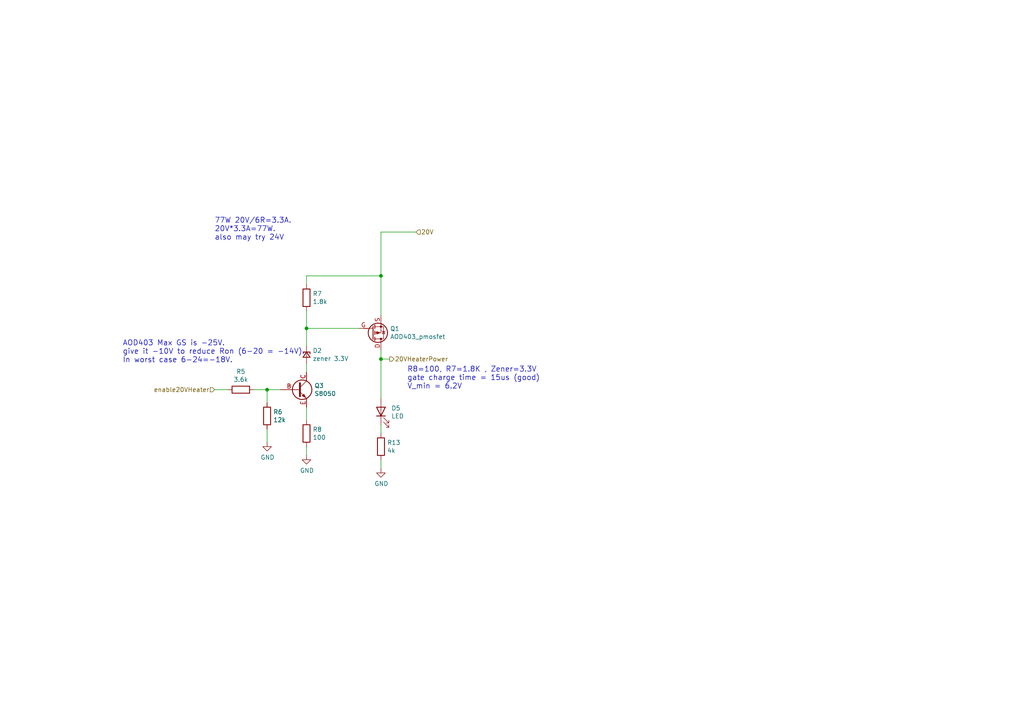
<source format=kicad_sch>
(kicad_sch (version 20211123) (generator eeschema)
  (paper "A4")
  (lib_symbols
    (symbol "Device:D_Zener_Small" (pin_numbers hide) (pin_names (offset 0.254) hide)
      (property "Reference" "D" (at 0 2.286 0))
      (property "Value" "D_Zener_Small" (at 0 -2.286 0))
      (symbol "D_Zener_Small_0_1"
        (polyline (pts (xy 0.762 0) (xy -0.762 0)))
        (polyline (pts (xy -0.254 1.016) (xy -0.762 1.016) (xy -0.762 -1.016)) (stroke (width 0.254)))
        (polyline (pts (xy 0.762 1.016) (xy -0.762 0) (xy 0.762 -1.016) (xy 0.762 1.016)) (stroke (width 0.254)))
      )
      (symbol "D_Zener_Small_1_1"
        (pin passive line (at -2.54 0 0) (length 1.778) (name "K") (number "1"))
        (pin passive line (at 2.54 0 180) (length 1.778) (name "A") (number "2"))
      )
    )
    (symbol "Device:R" (pin_numbers hide) (pin_names (offset 0))
      (property "Reference" "R" (at 2.032 0 90))
      (property "Value" "R" (at 0 0 90))
      (symbol "R_0_1"
        (rectangle (start -1.016 -2.54) (end 1.016 2.54) (stroke (width 0.254)))
      )
      (symbol "R_1_1"
        (pin passive line (at 0 3.81 270) (length 1.27) (name "~") (number "1"))
        (pin passive line (at 0 -3.81 90) (length 1.27) (name "~") (number "2"))
      )
    )
    (symbol "mySymbolLibrary:AOD403_pmosfet" (pin_names hide)
      (property "Reference" "Q" (at 3.683 -1.905 0))
      (property "Value" "AOD403_pmosfet" (at 3.683 0 0))
      (symbol "AOD403_pmosfet_0_1"
        (polyline (pts (xy -1.016 -1.905) (xy -1.016 1.905)) (stroke (width 0.254)))
        (polyline (pts (xy -1.016 1.27) (xy -3.81 1.27)))
        (polyline (pts (xy -0.508 -2.286) (xy -0.508 -1.27)) (stroke (width 0.254)))
        (polyline (pts (xy -0.508 -0.508) (xy -0.508 0.508)) (stroke (width 0.254)))
        (polyline (pts (xy -0.508 1.27) (xy -0.508 2.286)) (stroke (width 0.254)))
        (polyline (pts (xy 1.27 -2.54) (xy 1.27 -1.778)))
        (polyline (pts (xy 1.27 2.54) (xy 1.27 0) (xy -0.508 0)))
        (polyline (pts (xy -0.508 -1.778) (xy 2.032 -1.778) (xy 2.032 1.778) (xy -0.508 1.778)))
        (polyline (pts (xy 1.016 0) (xy 0 -0.381) (xy 0 0.381) (xy 1.016 0)) (fill (type outline)))
        (polyline (pts (xy 1.524 0.508) (xy 1.651 0.381) (xy 2.413 0.381) (xy 2.54 0.254)))
        (polyline (pts (xy 2.032 0.381) (xy 1.651 -0.254) (xy 2.413 -0.254) (xy 2.032 0.381)))
        (circle (center 0.381 0) (radius 2.794) (stroke (width 0.254)))
        (circle (center 1.27 -1.778) (radius 0.254) (fill (type outline)))
        (circle (center 1.27 1.778) (radius 0.254) (fill (type outline)))
      )
      (symbol "AOD403_pmosfet_1_1"
        (pin passive line (at 1.27 -5.08 90) (length 2.54) (name "D") (number "D"))
        (pin input line (at -5.08 1.27 0) (length 2.54) (name "G") (number "G"))
        (pin passive line (at 1.27 5.08 270) (length 2.54) (name "S") (number "S"))
      )
    )
    (symbol "mySymbolLibrary:LED" (pin_numbers hide) (pin_names (offset 1.016) hide)
      (property "Reference" "D" (at 0 2.54 0))
      (property "Value" "LED" (at 0 -2.54 0))
      (symbol "LED_0_1"
        (polyline (pts (xy -1.27 -1.27) (xy -1.27 1.27)) (stroke (width 0.254)))
        (polyline (pts (xy -1.27 0) (xy 1.27 0)))
        (polyline (pts (xy 1.27 -1.27) (xy 1.27 1.27) (xy -1.27 0) (xy 1.27 -1.27)) (stroke (width 0.254)))
        (polyline (pts (xy -3.048 -0.762) (xy -4.572 -2.286) (xy -3.81 -2.286) (xy -4.572 -2.286) (xy -4.572 -1.524)))
        (polyline (pts (xy -1.778 -0.762) (xy -3.302 -2.286) (xy -2.54 -2.286) (xy -3.302 -2.286) (xy -3.302 -1.524)))
      )
      (symbol "LED_1_1"
        (pin passive line (at 3.81 0 180) (length 2.54) (name "A") (number "A"))
        (pin passive line (at -3.81 0 0) (length 2.54) (name "K") (number "K"))
      )
    )
    (symbol "mySymbolLibrary:S8050" (pin_names (offset 0) hide)
      (property "Reference" "Q" (at 5.08 1.905 0))
      (property "Value" "S8050" (at 5.08 0 0))
      (symbol "S8050_0_1"
        (polyline (pts (xy 0 0) (xy 0.635 0)))
        (polyline (pts (xy 0.635 0.635) (xy 2.54 2.54)))
        (polyline (pts (xy 0.635 -0.635) (xy 2.54 -2.54) (xy 2.54 -2.54)))
        (polyline (pts (xy 0.635 1.905) (xy 0.635 -1.905) (xy 0.635 -1.905)) (stroke (width 0.508)))
        (polyline (pts (xy 1.27 -1.778) (xy 1.778 -1.27) (xy 2.286 -2.286) (xy 1.27 -1.778) (xy 1.27 -1.778)) (fill (type outline)))
        (circle (center 1.27 0) (radius 2.8194) (stroke (width 0.254)))
      )
      (symbol "S8050_1_1"
        (pin input line (at -5.08 0 0) (length 5.08) (name "B") (number "B"))
        (pin passive line (at 2.54 5.08 270) (length 2.54) (name "C") (number "C"))
        (pin passive line (at 2.54 -5.08 90) (length 2.54) (name "E") (number "E"))
      )
    )
    (symbol "power:GND" (power) (pin_names (offset 0))
      (property "Value" "GND" (at 0 -3.81 0))
      (symbol "GND_0_1"
        (polyline (pts (xy 0 0) (xy 0 -1.27) (xy 1.27 -1.27) (xy 0 -2.54) (xy -1.27 -1.27) (xy 0 -1.27)))
      )
      (symbol "GND_1_1"
        (pin power_in line (at 0 0 270) (length 0) hide (name "GND") (number "1"))
      )
    )
  )
  (junction (at 88.9 95.25))
  (junction (at 77.47 113.03))
  (junction (at 110.49 104.14))
  (junction (at 110.49 80.01))
  (wire (pts (xy 88.9 132.08) (xy 88.9 129.54)))
  (wire (pts (xy 88.9 82.55) (xy 88.9 80.01)))
  (wire (pts (xy 110.49 80.01) (xy 110.49 91.44)))
  (wire (pts (xy 88.9 121.92) (xy 88.9 118.11)))
  (wire (pts (xy 62.23 113.03) (xy 66.04 113.03)))
  (wire (pts (xy 88.9 105.41) (xy 88.9 107.95)))
  (wire (pts (xy 73.66 113.03) (xy 77.47 113.03)))
  (wire (pts (xy 110.49 67.31) (xy 120.65 67.31)))
  (wire (pts (xy 110.49 101.6) (xy 110.49 104.14)))
  (wire (pts (xy 77.47 116.84) (xy 77.47 113.03)))
  (wire (pts (xy 110.49 125.73) (xy 110.49 123.19)))
  (wire (pts (xy 110.49 135.89) (xy 110.49 133.35)))
  (wire (pts (xy 110.49 67.31) (xy 110.49 80.01)))
  (wire (pts (xy 88.9 80.01) (xy 110.49 80.01)))
  (wire (pts (xy 113.03 104.14) (xy 110.49 104.14)))
  (wire (pts (xy 77.47 124.46) (xy 77.47 128.27)))
  (wire (pts (xy 88.9 95.25) (xy 104.14 95.25)))
  (wire (pts (xy 88.9 90.17) (xy 88.9 95.25)))
  (wire (pts (xy 88.9 95.25) (xy 88.9 100.33)))
  (wire (pts (xy 110.49 104.14) (xy 110.49 115.57)))
  (wire (pts (xy 77.47 113.03) (xy 81.28 113.03)))
  (text "77W 20V/6R=3.3A.\n20V*3.3A=77W.\nalso may try 24V" (at 62.23 69.85 0) (effects (font (size 1.524 1.524)) (justify left bottom)))
  (text "R8=100, R7=1.8K , Zener=3.3V\ngate charge time = 15us (good)\nV_min = 6.2V" (at 118.11 113.03 0) (effects (font (size 1.524 1.524)) (justify left bottom)))
  (text "AOD403 Max GS is -25V. \ngive it -10V to reduce Ron (6-20 = -14V).\nIn worst case 6-24=-18V.  \n" (at 35.56 105.41 0) (effects (font (size 1.524 1.524)) (justify left bottom)))
  (hierarchical_label "20V" (shape input) (at 120.65 67.31 0))
  (hierarchical_label "enable20VHeater" (shape input) (at 62.23 113.03 180))
  (hierarchical_label "20VHeaterPower" (shape output) (at 113.03 104.14 0))
  (symbol (lib_id "power:GND") (at 88.9 132.08 0) (unit 1)
    (property "Reference" "#PWR0101" (effects hide))
    (property "Value" "GND" (at 89.027 136.4742 0))
  )
  (symbol (lib_id "mySymbolLibrary:S8050") (at 86.36 113.03 0) (unit 1)
    (property "Reference" "Q3" (at 91.186 111.8616 0) (effects (justify left)))
    (property "Value" "S8050" (at 91.186 114.173 0) (effects (justify left)))
    (property "Footprint" "myFootPrintLibs:SOT-23_PNP_NPN" (effects hide))
    (property "Datasheet" "http://www.unisonic.com.tw/datasheet/S8050.pdf" (effects hide))
  )
  (symbol (lib_id "Device:R") (at 69.85 113.03 270) (unit 1)
    (property "Reference" "R5" (at 69.85 107.7722 90))
    (property "Value" "3.6k" (at 69.85 110.0836 90))
    (property "Footprint" "myFootPrintLibs:R_C_0805_2012Metric_Pad1.20x1.50mm_HandSolder" (effects hide))
  )
  (symbol (lib_id "Device:D_Zener_Small") (at 88.9 102.87 270) (unit 1)
    (property "Reference" "D2" (at 90.678 101.7016 90) (effects (justify left)))
    (property "Value" "zener 3.3V" (at 90.678 104.013 90) (effects (justify left)))
    (property "Footprint" "myFootPrintLibs:D_MiniMELF_Handsoldering_Zener" (effects hide))
    (property "note" "keep 5V lowest for Pmosfet gate" (effects hide))
  )
  (symbol (lib_id "Device:R") (at 88.9 86.36 180) (unit 1)
    (property "Reference" "R7" (at 90.678 85.1916 0) (effects (justify right)))
    (property "Value" "1.8k" (at 90.678 87.503 0) (effects (justify right)))
    (property "Footprint" "myFootPrintLibs:R_C_0805_2012Metric_Pad1.20x1.50mm_HandSolder" (effects hide))
  )
  (symbol (lib_id "Device:R") (at 88.9 125.73 180) (unit 1)
    (property "Reference" "R8" (at 90.678 124.5616 0) (effects (justify right)))
    (property "Value" "100" (at 90.678 126.873 0) (effects (justify right)))
    (property "Footprint" "myFootPrintLibs:R_C_0805_2012Metric_Pad1.20x1.50mm_HandSolder" (effects hide))
  )
  (symbol (lib_id "Device:R") (at 77.47 120.65 0) (unit 1)
    (property "Reference" "R6" (at 79.248 119.4816 0) (effects (justify left)))
    (property "Value" "12k" (at 79.248 121.793 0) (effects (justify left)))
    (property "Footprint" "myFootPrintLibs:R_C_0805_2012Metric_Pad1.20x1.50mm_HandSolder" (effects hide))
    (property "note" "pulldown for NPN transistor" (effects hide))
  )
  (symbol (lib_id "power:GND") (at 77.47 128.27 0) (unit 1)
    (property "Reference" "#PWR0102" (effects hide))
    (property "Value" "GND" (at 77.597 132.6642 0))
  )
  (symbol (lib_id "mySymbolLibrary:AOD403_pmosfet") (at 109.22 96.52 0) (unit 1)
    (property "Reference" "Q1" (at 113.1316 95.3516 0) (effects (justify left)))
    (property "Value" "AOD403_pmosfet" (at 113.1316 97.663 0) (effects (justify left)))
    (property "Footprint" "myFootPrintLibs:TO-252-2" (effects hide))
    (property "Datasheet" "http://www.aosmd.com/pdfs/datasheet/AOI403.pdf" (effects hide))
  )
  (symbol (lib_id "mySymbolLibrary:LED") (at 110.49 119.38 90) (unit 1)
    (property "Reference" "D5" (at 113.4872 118.3894 90) (effects (justify right)))
    (property "Value" "LED" (at 113.4872 120.7008 90) (effects (justify right)))
    (property "Footprint" "myFootPrintLibs:LED_D3.0mm" (effects hide))
  )
  (symbol (lib_id "Device:R") (at 110.49 129.54 180) (unit 1)
    (property "Reference" "R13" (at 112.268 128.3716 0) (effects (justify right)))
    (property "Value" "4k" (at 112.268 130.683 0) (effects (justify right)))
    (property "Footprint" "myFootPrintLibs:R_C_0805_2012Metric_Pad1.20x1.50mm_HandSolder" (effects hide))
  )
  (symbol (lib_id "power:GND") (at 110.49 135.89 0) (unit 1)
    (property "Reference" "#PWR0107" (effects hide))
    (property "Value" "GND" (at 110.617 140.2842 0))
  )
)
</source>
